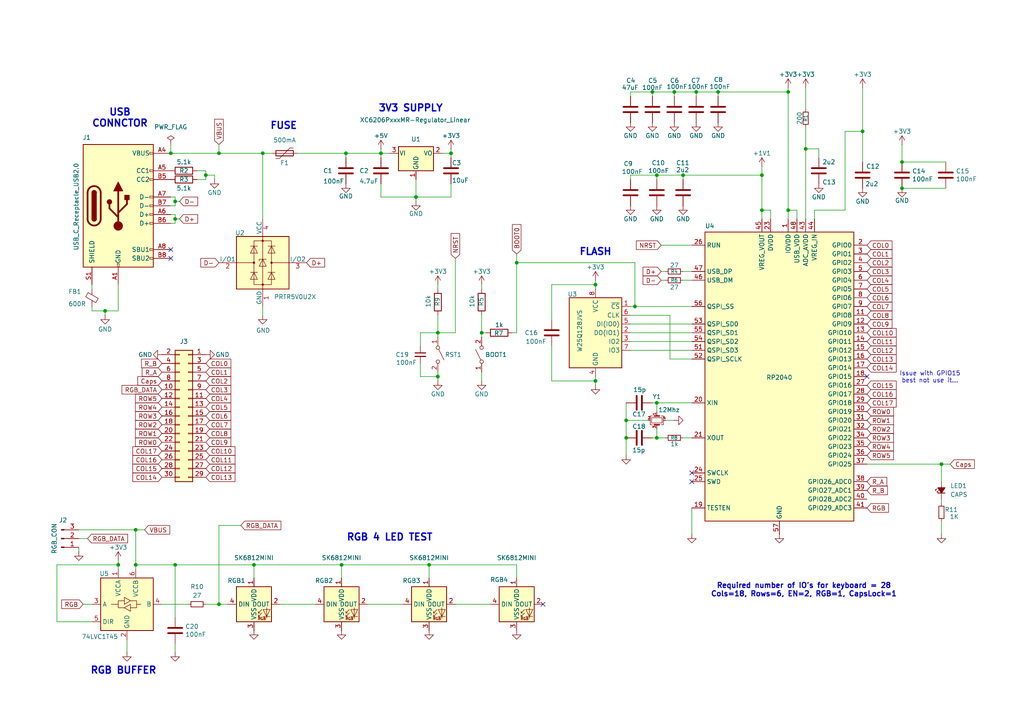
<source format=kicad_sch>
(kicad_sch (version 20231120) (generator "eeschema") (generator_version "8.0")
  (paper "A4")
  (title_block (title "RP2040 Module Board") (date "2025-01-09") (rev "2.0") (company "Michael O'Toole"))
  (junction (at 39.37 153.67))
  (junction (at 172.72 82.55))
  (junction (at 39.37 163.83))
  (junction (at 50.8 63.5))
  (junction (at 228.6 60.96))
  (junction (at 110.49 44.45))
  (junction (at 261.62 54.61))
  (junction (at 172.72 110.49))
  (junction (at 181.61 121.92))
  (junction (at 63.5 175.26))
  (junction (at 124.46 163.83))
  (junction (at 190.5 50.8))
  (junction (at 149.86 76.2))
  (junction (at 130.81 44.45))
  (junction (at 127 96.52))
  (junction (at 195.58 26.67))
  (junction (at 250.19 38.1))
  (junction (at 30.48 90.17))
  (junction (at 181.61 127))
  (junction (at 76.2 44.45))
  (junction (at 261.62 46.99))
  (junction (at 198.12 50.8))
  (junction (at 208.28 26.67))
  (junction (at 201.93 26.67))
  (junction (at 189.23 26.67))
  (junction (at 50.8 58.42))
  (junction (at 63.5 44.45))
  (junction (at 220.98 60.96))
  (junction (at 220.98 50.8))
  (junction (at 228.6 26.67))
  (junction (at 34.29 163.83))
  (junction (at 49.53 44.45))
  (junction (at 273.05 134.62))
  (junction (at 50.8 163.83))
  (junction (at 233.68 43.18))
  (junction (at 184.15 88.9))
  (junction (at 99.06 163.83))
  (junction (at 190.5 127))
  (junction (at 100.33 44.45))
  (junction (at 120.65 57.15))
  (junction (at 190.5 116.84))
  (junction (at 139.7 96.52))
  (junction (at 127 109.22))
  (junction (at 73.66 163.83))
  (junction (at 59.69 50.8))
  (no_connect (at 200.66 139.7))
  (no_connect (at 49.53 74.93))
  (no_connect (at 251.46 109.22))
  (no_connect (at 49.53 72.39))
  (no_connect (at 157.48 175.26))
  (no_connect (at 200.66 137.16))
  (wire (pts (xy 198.12 50.8) (xy 220.98 50.8)))
  (wire (pts (xy 110.49 44.45) (xy 113.03 44.45)))
  (wire (pts (xy 201.93 26.67) (xy 201.93 27.94)))
  (wire (pts (xy 22.86 153.67) (xy 39.37 153.67)))
  (wire (pts (xy 34.29 162.56) (xy 34.29 163.83)))
  (wire (pts (xy 120.65 57.15) (xy 120.65 58.42)))
  (wire (pts (xy 190.5 119.38) (xy 190.5 116.84)))
  (wire (pts (xy 49.53 59.69) (xy 50.8 59.69)))
  (wire (pts (xy 127 91.44) (xy 127 96.52)))
  (wire (pts (xy 273.05 154.94) (xy 273.05 151.13)))
  (wire (pts (xy 191.77 81.28) (xy 193.04 81.28)))
  (wire (pts (xy 182.88 96.52) (xy 200.66 96.52)))
  (wire (pts (xy 181.61 127) (xy 181.61 121.92)))
  (wire (pts (xy 233.68 25.4) (xy 233.68 31.75)))
  (wire (pts (xy 62.23 50.8) (xy 62.23 52.07)))
  (wire (pts (xy 50.8 62.23) (xy 50.8 63.5)))
  (wire (pts (xy 233.68 63.5) (xy 233.68 43.18)))
  (wire (pts (xy 220.98 63.5) (xy 220.98 60.96)))
  (wire (pts (xy 120.65 57.15) (xy 130.81 57.15)))
  (wire (pts (xy 237.49 43.18) (xy 237.49 45.72)))
  (wire (pts (xy 228.6 26.67) (xy 228.6 60.96)))
  (wire (pts (xy 63.5 175.26) (xy 66.04 175.26)))
  (wire (pts (xy 200.66 147.32) (xy 200.66 154.94)))
  (wire (pts (xy 120.65 52.07) (xy 120.65 57.15)))
  (wire (pts (xy 160.02 100.33) (xy 160.02 110.49)))
  (wire (pts (xy 201.93 26.67) (xy 208.28 26.67)))
  (wire (pts (xy 127 109.22) (xy 127 110.49)))
  (wire (pts (xy 194.31 91.44) (xy 194.31 104.14)))
  (wire (pts (xy 30.48 90.17) (xy 34.29 90.17)))
  (wire (pts (xy 50.8 163.83) (xy 50.8 179.07)))
  (wire (pts (xy 34.29 90.17) (xy 34.29 82.55)))
  (wire (pts (xy 50.8 64.77) (xy 50.8 63.5)))
  (wire (pts (xy 273.05 134.62) (xy 275.59 134.62)))
  (wire (pts (xy 149.86 76.2) (xy 184.15 76.2)))
  (wire (pts (xy 193.04 121.92) (xy 195.58 121.92)))
  (wire (pts (xy 59.69 50.8) (xy 62.23 50.8)))
  (wire (pts (xy 121.92 96.52) (xy 127 96.52)))
  (wire (pts (xy 132.08 175.26) (xy 142.24 175.26)))
  (wire (pts (xy 124.46 163.83) (xy 149.86 163.83)))
  (wire (pts (xy 220.98 50.8) (xy 220.98 60.96)))
  (wire (pts (xy 50.8 163.83) (xy 73.66 163.83)))
  (wire (pts (xy 59.69 50.8) (xy 59.69 49.53)))
  (wire (pts (xy 149.86 76.2) (xy 149.86 96.52)))
  (wire (pts (xy 233.68 36.83) (xy 233.68 43.18)))
  (wire (pts (xy 124.46 163.83) (xy 124.46 167.64)))
  (wire (pts (xy 130.81 53.34) (xy 130.81 57.15)))
  (wire (pts (xy 110.49 57.15) (xy 120.65 57.15)))
  (wire (pts (xy 181.61 127) (xy 181.61 132.08)))
  (wire (pts (xy 233.68 43.18) (xy 237.49 43.18)))
  (wire (pts (xy 208.28 26.67) (xy 228.6 26.67)))
  (wire (pts (xy 160.02 110.49) (xy 172.72 110.49)))
  (wire (pts (xy 208.28 26.67) (xy 208.28 27.94)))
  (wire (pts (xy 121.92 109.22) (xy 127 109.22)))
  (wire (pts (xy 76.2 91.44) (xy 76.2 88.9)))
  (wire (pts (xy 50.8 163.83) (xy 39.37 163.83)))
  (wire (pts (xy 190.5 50.8) (xy 190.5 52.07)))
  (wire (pts (xy 50.8 58.42) (xy 50.8 59.69)))
  (wire (pts (xy 139.7 91.44) (xy 139.7 96.52)))
  (wire (pts (xy 106.68 175.26) (xy 116.84 175.26)))
  (wire (pts (xy 189.23 26.67) (xy 189.23 27.94)))
  (wire (pts (xy 110.49 44.45) (xy 110.49 45.72)))
  (wire (pts (xy 181.61 121.92) (xy 187.96 121.92)))
  (wire (pts (xy 139.7 107.95) (xy 139.7 110.49)))
  (wire (pts (xy 223.52 63.5) (xy 223.52 60.96)))
  (wire (pts (xy 49.53 44.45) (xy 63.5 44.45)))
  (wire (pts (xy 190.5 127) (xy 193.04 127)))
  (wire (pts (xy 191.77 71.12) (xy 200.66 71.12)))
  (wire (pts (xy 50.8 58.42) (xy 52.07 58.42)))
  (wire (pts (xy 63.5 44.45) (xy 76.2 44.45)))
  (wire (pts (xy 63.5 41.91) (xy 63.5 44.45)))
  (wire (pts (xy 184.15 88.9) (xy 184.15 76.2)))
  (wire (pts (xy 26.67 90.17) (xy 30.48 90.17)))
  (wire (pts (xy 190.5 116.84) (xy 200.66 116.84)))
  (wire (pts (xy 245.11 60.96) (xy 236.22 60.96)))
  (wire (pts (xy 236.22 63.5) (xy 236.22 60.96)))
  (wire (pts (xy 182.88 91.44) (xy 194.31 91.44)))
  (wire (pts (xy 261.62 41.91) (xy 261.62 46.99)))
  (wire (pts (xy 231.14 63.5) (xy 231.14 60.96)))
  (wire (pts (xy 194.31 104.14) (xy 200.66 104.14)))
  (wire (pts (xy 172.72 81.28) (xy 172.72 82.55)))
  (wire (pts (xy 228.6 60.96) (xy 228.6 63.5)))
  (wire (pts (xy 220.98 48.26) (xy 220.98 50.8)))
  (wire (pts (xy 198.12 81.28) (xy 200.66 81.28)))
  (wire (pts (xy 172.72 110.49) (xy 172.72 109.22)))
  (wire (pts (xy 22.86 158.75) (xy 22.86 160.02)))
  (wire (pts (xy 245.11 38.1) (xy 245.11 60.96)))
  (wire (pts (xy 30.48 90.17) (xy 30.48 91.44)))
  (wire (pts (xy 182.88 52.07) (xy 182.88 50.8)))
  (wire (pts (xy 100.33 44.45) (xy 110.49 44.45)))
  (wire (pts (xy 190.5 127) (xy 189.23 127)))
  (wire (pts (xy 182.88 93.98) (xy 200.66 93.98)))
  (wire (pts (xy 24.13 175.26) (xy 26.67 175.26)))
  (wire (pts (xy 57.15 52.07) (xy 59.69 52.07)))
  (wire (pts (xy 182.88 50.8) (xy 190.5 50.8)))
  (wire (pts (xy 139.7 96.52) (xy 140.97 96.52)))
  (wire (pts (xy 231.14 60.96) (xy 228.6 60.96)))
  (wire (pts (xy 36.83 189.23) (xy 36.83 185.42)))
  (wire (pts (xy 39.37 153.67) (xy 41.91 153.67)))
  (wire (pts (xy 121.92 100.33) (xy 121.92 96.52)))
  (wire (pts (xy 63.5 152.4) (xy 69.85 152.4)))
  (wire (pts (xy 228.6 25.4) (xy 228.6 26.67)))
  (wire (pts (xy 223.52 60.96) (xy 220.98 60.96)))
  (wire (pts (xy 181.61 121.92) (xy 181.61 116.84)))
  (wire (pts (xy 39.37 163.83) (xy 39.37 165.1)))
  (wire (pts (xy 273.05 134.62) (xy 273.05 139.7)))
  (wire (pts (xy 149.86 163.83) (xy 149.86 167.64)))
  (wire (pts (xy 49.53 57.15) (xy 50.8 57.15)))
  (wire (pts (xy 26.67 82.55) (xy 26.67 83.82)))
  (wire (pts (xy 195.58 26.67) (xy 201.93 26.67)))
  (wire (pts (xy 250.19 25.4) (xy 250.19 38.1)))
  (wire (pts (xy 184.15 88.9) (xy 200.66 88.9)))
  (wire (pts (xy 86.36 44.45) (xy 100.33 44.45)))
  (wire (pts (xy 50.8 186.69) (xy 50.8 189.23)))
  (wire (pts (xy 57.15 49.53) (xy 59.69 49.53)))
  (wire (pts (xy 195.58 26.67) (xy 195.58 27.94)))
  (wire (pts (xy 26.67 180.34) (xy 16.51 180.34)))
  (wire (pts (xy 73.66 163.83) (xy 99.06 163.83)))
  (wire (pts (xy 190.5 50.8) (xy 198.12 50.8)))
  (wire (pts (xy 149.86 73.66) (xy 149.86 76.2)))
  (wire (pts (xy 250.19 38.1) (xy 250.19 46.99)))
  (wire (pts (xy 132.08 74.93) (xy 132.08 96.52)))
  (wire (pts (xy 172.72 111.76) (xy 172.72 110.49)))
  (wire (pts (xy 273.05 144.78) (xy 273.05 146.05)))
  (wire (pts (xy 148.59 96.52) (xy 149.86 96.52)))
  (wire (pts (xy 127 96.52) (xy 127 97.79)))
  (wire (pts (xy 189.23 26.67) (xy 195.58 26.67)))
  (wire (pts (xy 251.46 134.62) (xy 273.05 134.62)))
  (wire (pts (xy 73.66 163.83) (xy 73.66 167.64)))
  (wire (pts (xy 110.49 53.34) (xy 110.49 57.15)))
  (wire (pts (xy 127 107.95) (xy 127 109.22)))
  (wire (pts (xy 127 82.55) (xy 127 83.82)))
  (wire (pts (xy 76.2 44.45) (xy 76.2 63.5)))
  (wire (pts (xy 182.88 99.06) (xy 200.66 99.06)))
  (wire (pts (xy 121.92 105.41) (xy 121.92 109.22)))
  (wire (pts (xy 172.72 82.55) (xy 172.72 83.82)))
  (wire (pts (xy 261.62 54.61) (xy 274.32 54.61)))
  (wire (pts (xy 63.5 152.4) (xy 63.5 175.26)))
  (wire (pts (xy 99.06 163.83) (xy 99.06 167.64)))
  (wire (pts (xy 81.28 175.26) (xy 91.44 175.26)))
  (wire (pts (xy 49.53 62.23) (xy 50.8 62.23)))
  (wire (pts (xy 190.5 127) (xy 190.5 124.46)))
  (wire (pts (xy 130.81 43.18) (xy 130.81 44.45)))
  (wire (pts (xy 172.72 82.55) (xy 160.02 82.55)))
  (wire (pts (xy 50.8 57.15) (xy 50.8 58.42)))
  (wire (pts (xy 261.62 46.99) (xy 274.32 46.99)))
  (wire (pts (xy 198.12 50.8) (xy 198.12 52.07)))
  (wire (pts (xy 34.29 163.83) (xy 34.29 165.1)))
  (wire (pts (xy 59.69 52.07) (xy 59.69 50.8)))
  (wire (pts (xy 59.69 175.26) (xy 63.5 175.26)))
  (wire (pts (xy 139.7 96.52) (xy 139.7 97.79)))
  (wire (pts (xy 110.49 43.18) (xy 110.49 44.45)))
  (wire (pts (xy 50.8 63.5) (xy 52.07 63.5)))
  (wire (pts (xy 198.12 78.74) (xy 200.66 78.74)))
  (wire (pts (xy 139.7 82.55) (xy 139.7 83.82)))
  (wire (pts (xy 245.11 38.1) (xy 250.19 38.1)))
  (wire (pts (xy 76.2 44.45) (xy 78.74 44.45)))
  (wire (pts (xy 16.51 180.34) (xy 16.51 163.83)))
  (wire (pts (xy 39.37 153.67) (xy 39.37 163.83)))
  (wire (pts (xy 198.12 127) (xy 200.66 127)))
  (wire (pts (xy 26.67 88.9) (xy 26.67 90.17)))
  (wire (pts (xy 191.77 78.74) (xy 193.04 78.74)))
  (wire (pts (xy 49.53 64.77) (xy 50.8 64.77)))
  (wire (pts (xy 128.27 44.45) (xy 130.81 44.45)))
  (wire (pts (xy 182.88 26.67) (xy 189.23 26.67)))
  (wire (pts (xy 100.33 44.45) (xy 100.33 45.72)))
  (wire (pts (xy 190.5 116.84) (xy 189.23 116.84)))
  (wire (pts (xy 130.81 44.45) (xy 130.81 45.72)))
  (wire (pts (xy 16.51 163.83) (xy 34.29 163.83)))
  (wire (pts (xy 182.88 27.94) (xy 182.88 26.67)))
  (wire (pts (xy 160.02 82.55) (xy 160.02 92.71)))
  (wire (pts (xy 22.86 156.21) (xy 25.4 156.21)))
  (wire (pts (xy 49.53 41.91) (xy 49.53 44.45)))
  (wire (pts (xy 182.88 88.9) (xy 184.15 88.9)))
  (wire (pts (xy 127 96.52) (xy 132.08 96.52)))
  (wire (pts (xy 182.88 101.6) (xy 200.66 101.6)))
  (wire (pts (xy 46.99 175.26) (xy 54.61 175.26)))
  (wire (pts (xy 99.06 163.83) (xy 124.46 163.83)))
  (text "USB\nCONNCTOR" (at 34.798 34.29 0) (effects (font (size 2 2) (thickness 0.4) (bold yes))))
  (text "RGB BUFFER" (at 35.814 194.564 0) (effects (font (size 2 2) (thickness 0.4) (bold yes))))
  (text "FLASH" (at 172.72 73.152 0) (effects (font (size 2 2) (thickness 0.4) (bold yes))))
  (text "RGB 4 LED TEST" (at 113.03 155.956 0) (effects (font (size 2 2) (thickness 0.4) (bold yes))))
  (text "3V3 SUPPLY" (at 119.126 31.496 0) (effects (font (size 2 2) (thickness 0.4) (bold yes))))
  (text "FUSE" (at 82.296 36.576 0) (effects (font (size 2 2) (thickness 0.4) (bold yes))))
  (text "Issue with GPIO15\nbest not use it..." (at 269.748 109.474 0) (effects (font (size 1.27 1.27))))
  (text "Required number of IO's for keyboard = 28\nCols=18, Rows=6, EN=2, RGB=1, CapsLock=1" (at 233.172 171.196 0) (effects (font (size 1.5 1.5) (thickness 0.3) (bold yes))))
  (global_label "NRST" (shape input) (at 191.77 71.12 180) (property "Intersheetrefs" "${INTERSHEET_REFS}" (effects (hide yes))))
  (global_label "RGB_DATA" (shape input) (at 25.4 156.21 0) (property "Intersheetrefs" "${INTERSHEET_REFS}" (effects (hide yes))))
  (global_label "RGB_DATA" (shape input) (at 69.85 152.4 0) (property "Intersheetrefs" "${INTERSHEET_REFS}" (effects (hide yes))))
  (global_label "RGB" (shape input) (at 24.13 175.26 180) (property "Intersheetrefs" "${INTERSHEET_REFS}" (effects (hide yes))))
  (global_label "COL8" (shape input) (at 251.46 91.44 0) (property "Intersheetrefs" "${INTERSHEET_REFS}" (effects (hide yes))))
  (global_label "R_A" (shape input) (at 251.46 139.7 0) (property "Intersheetrefs" "${INTERSHEET_REFS}" (effects (hide yes))))
  (global_label "ROW4" (shape input) (at 46.99 118.11 180) (property "Intersheetrefs" "${INTERSHEET_REFS}" (effects (hide yes))))
  (global_label "COL6" (shape input) (at 59.69 120.65 0) (property "Intersheetrefs" "${INTERSHEET_REFS}" (effects (hide yes))))
  (global_label "ROW4" (shape input) (at 251.46 129.54 0) (property "Intersheetrefs" "${INTERSHEET_REFS}" (effects (hide yes))))
  (global_label "ROW1" (shape input) (at 251.46 121.92 0) (property "Intersheetrefs" "${INTERSHEET_REFS}" (effects (hide yes))))
  (global_label "COL1" (shape input) (at 251.46 73.66 0) (property "Intersheetrefs" "${INTERSHEET_REFS}" (effects (hide yes))))
  (global_label "ROW5" (shape input) (at 46.99 115.57 180) (property "Intersheetrefs" "${INTERSHEET_REFS}" (effects (hide yes))))
  (global_label "COL12" (shape input) (at 59.69 135.89 0) (property "Intersheetrefs" "${INTERSHEET_REFS}" (effects (hide yes))))
  (global_label "COL9" (shape input) (at 251.46 93.98 0) (property "Intersheetrefs" "${INTERSHEET_REFS}" (effects (hide yes))))
  (global_label "R_B" (shape input) (at 251.46 142.24 0) (property "Intersheetrefs" "${INTERSHEET_REFS}" (effects (hide yes))))
  (global_label "ROW5" (shape input) (at 251.46 132.08 0) (property "Intersheetrefs" "${INTERSHEET_REFS}" (effects (hide yes))))
  (global_label "VBUS" (shape input) (at 63.5 41.91 90) (property "Intersheetrefs" "${INTERSHEET_REFS}" (effects (hide yes))))
  (global_label "ROW2" (shape input) (at 46.99 123.19 180) (property "Intersheetrefs" "${INTERSHEET_REFS}" (effects (hide yes))))
  (global_label "D-" (shape input) (at 191.77 81.28 180) (property "Intersheetrefs" "${INTERSHEET_REFS}" (effects (hide yes))))
  (global_label "D+" (shape input) (at 191.77 78.74 180) (property "Intersheetrefs" "${INTERSHEET_REFS}" (effects (hide yes))))
  (global_label "R_B" (shape input) (at 46.99 105.41 180) (property "Intersheetrefs" "${INTERSHEET_REFS}" (effects (hide yes))))
  (global_label "ROW3" (shape input) (at 251.46 127 0) (property "Intersheetrefs" "${INTERSHEET_REFS}" (effects (hide yes))))
  (global_label "COL14" (shape input) (at 251.46 106.68 0) (property "Intersheetrefs" "${INTERSHEET_REFS}" (effects (hide yes))))
  (global_label "D+" (shape input) (at 52.07 63.5 0) (property "Intersheetrefs" "${INTERSHEET_REFS}" (effects (hide yes))))
  (global_label "NRST" (shape input) (at 132.08 74.93 90) (property "Intersheetrefs" "${INTERSHEET_REFS}" (effects (hide yes))))
  (global_label "Caps" (shape input) (at 46.99 110.49 180) (property "Intersheetrefs" "${INTERSHEET_REFS}" (effects (hide yes))))
  (global_label "COL14" (shape input) (at 46.99 138.43 180) (property "Intersheetrefs" "${INTERSHEET_REFS}" (effects (hide yes))))
  (global_label "COL3" (shape input) (at 59.69 113.03 0) (property "Intersheetrefs" "${INTERSHEET_REFS}" (effects (hide yes))))
  (global_label "COL11" (shape input) (at 59.69 133.35 0) (property "Intersheetrefs" "${INTERSHEET_REFS}" (effects (hide yes))))
  (global_label "COL1" (shape input) (at 59.69 107.95 0) (property "Intersheetrefs" "${INTERSHEET_REFS}" (effects (hide yes))))
  (global_label "ROW0" (shape input) (at 251.46 119.38 0) (property "Intersheetrefs" "${INTERSHEET_REFS}" (effects (hide yes))))
  (global_label "VBUS" (shape input) (at 41.91 153.67 0) (property "Intersheetrefs" "${INTERSHEET_REFS}" (effects (hide yes))))
  (global_label "BOOT0" (shape input) (at 149.86 73.66 90) (property "Intersheetrefs" "${INTERSHEET_REFS}" (effects (hide yes))))
  (global_label "COL6" (shape input) (at 251.46 86.36 0) (property "Intersheetrefs" "${INTERSHEET_REFS}" (effects (hide yes))))
  (global_label "COL15" (shape input) (at 46.99 135.89 180) (property "Intersheetrefs" "${INTERSHEET_REFS}" (effects (hide yes))))
  (global_label "COL16" (shape input) (at 251.46 114.3 0) (property "Intersheetrefs" "${INTERSHEET_REFS}" (effects (hide yes))))
  (global_label "COL13" (shape input) (at 251.46 104.14 0) (property "Intersheetrefs" "${INTERSHEET_REFS}" (effects (hide yes))))
  (global_label "RGB_DATA" (shape input) (at 46.99 113.03 180) (property "Intersheetrefs" "${INTERSHEET_REFS}" (effects (hide yes))))
  (global_label "COL11" (shape input) (at 251.46 99.06 0) (property "Intersheetrefs" "${INTERSHEET_REFS}" (effects (hide yes))))
  (global_label "COL9" (shape input) (at 59.69 128.27 0) (property "Intersheetrefs" "${INTERSHEET_REFS}" (effects (hide yes))))
  (global_label "COL0" (shape input) (at 251.46 71.12 0) (property "Intersheetrefs" "${INTERSHEET_REFS}" (effects (hide yes))))
  (global_label "COL3" (shape input) (at 251.46 78.74 0) (property "Intersheetrefs" "${INTERSHEET_REFS}" (effects (hide yes))))
  (global_label "COL0" (shape input) (at 59.69 105.41 0) (property "Intersheetrefs" "${INTERSHEET_REFS}" (effects (hide yes))))
  (global_label "COL5" (shape input) (at 251.46 83.82 0) (property "Intersheetrefs" "${INTERSHEET_REFS}" (effects (hide yes))))
  (global_label "COL2" (shape input) (at 251.46 76.2 0) (property "Intersheetrefs" "${INTERSHEET_REFS}" (effects (hide yes))))
  (global_label "D+" (shape input) (at 88.9 76.2 0) (property "Intersheetrefs" "${INTERSHEET_REFS}" (effects (hide yes))))
  (global_label "ROW1" (shape input) (at 46.99 125.73 180) (property "Intersheetrefs" "${INTERSHEET_REFS}" (effects (hide yes))))
  (global_label "COL13" (shape input) (at 59.69 138.43 0) (property "Intersheetrefs" "${INTERSHEET_REFS}" (effects (hide yes))))
  (global_label "COL5" (shape input) (at 59.69 118.11 0) (property "Intersheetrefs" "${INTERSHEET_REFS}" (effects (hide yes))))
  (global_label "COL8" (shape input) (at 59.69 125.73 0) (property "Intersheetrefs" "${INTERSHEET_REFS}" (effects (hide yes))))
  (global_label "COL4" (shape input) (at 251.46 81.28 0) (property "Intersheetrefs" "${INTERSHEET_REFS}" (effects (hide yes))))
  (global_label "COL7" (shape input) (at 59.69 123.19 0) (property "Intersheetrefs" "${INTERSHEET_REFS}" (effects (hide yes))))
  (global_label "COL15" (shape input) (at 251.46 111.76 0) (property "Intersheetrefs" "${INTERSHEET_REFS}" (effects (hide yes))))
  (global_label "COL4" (shape input) (at 59.69 115.57 0) (property "Intersheetrefs" "${INTERSHEET_REFS}" (effects (hide yes))))
  (global_label "COL17" (shape input) (at 251.46 116.84 0) (property "Intersheetrefs" "${INTERSHEET_REFS}" (effects (hide yes))))
  (global_label "COL10" (shape input) (at 251.46 96.52 0) (property "Intersheetrefs" "${INTERSHEET_REFS}" (effects (hide yes))))
  (global_label "D-" (shape input) (at 52.07 58.42 0) (property "Intersheetrefs" "${INTERSHEET_REFS}" (effects (hide yes))))
  (global_label "RGB" (shape input) (at 251.46 147.32 0) (property "Intersheetrefs" "${INTERSHEET_REFS}" (effects (hide yes))))
  (global_label "COL2" (shape input) (at 59.69 110.49 0) (property "Intersheetrefs" "${INTERSHEET_REFS}" (effects (hide yes))))
  (global_label "COL12" (shape input) (at 251.46 101.6 0) (property "Intersheetrefs" "${INTERSHEET_REFS}" (effects (hide yes))))
  (global_label "ROW0" (shape input) (at 46.99 128.27 180) (property "Intersheetrefs" "${INTERSHEET_REFS}" (effects (hide yes))))
  (global_label "R_A" (shape input) (at 46.99 107.95 180) (property "Intersheetrefs" "${INTERSHEET_REFS}" (effects (hide yes))))
  (global_label "COL10" (shape input) (at 59.69 130.81 0) (property "Intersheetrefs" "${INTERSHEET_REFS}" (effects (hide yes))))
  (global_label "D-" (shape input) (at 63.5 76.2 180) (property "Intersheetrefs" "${INTERSHEET_REFS}" (effects (hide yes))))
  (global_label "Caps" (shape input) (at 275.59 134.62 0) (property "Intersheetrefs" "${INTERSHEET_REFS}" (effects (hide yes))))
  (global_label "ROW3" (shape input) (at 46.99 120.65 180) (property "Intersheetrefs" "${INTERSHEET_REFS}" (effects (hide yes))))
  (global_label "COL7" (shape input) (at 251.46 88.9 0) (property "Intersheetrefs" "${INTERSHEET_REFS}" (effects (hide yes))))
  (global_label "COL16" (shape input) (at 46.99 133.35 180) (property "Intersheetrefs" "${INTERSHEET_REFS}" (effects (hide yes))))
  (global_label "COL17" (shape input) (at 46.99 130.81 180) (property "Intersheetrefs" "${INTERSHEET_REFS}" (effects (hide yes))))
  (global_label "ROW2" (shape input) (at 251.46 124.46 0) (property "Intersheetrefs" "${INTERSHEET_REFS}" (effects (hide yes))))
  (symbol (lib_id "Device:R_Small") (at 273.05 148.59 0) (mirror y) (unit 1)
    (property "Reference" "R11" (at 277.876 147.828 0) (effects (justify left)))
    (property "Value" "1K" (at 278.13 149.86 0) (effects (justify left)))
    (property "Footprint" "Resistor_SMD:R_0402_1005Metric" (effects (hide yes)))
    (property "Description" "Resistor, small symbol" (effects (hide yes)))
  )
  (symbol (lib_id "Logic_LevelTranslator:SN74LVC1T45DRL") (at 36.83 175.26 0) (unit 1)
    (property "Reference" "U5" (at 30.226 166.37 0))
    (property "Value" "74LVC1T45" (at 28.956 184.658 0))
    (property "Footprint" "SOT:SOT-26" (effects (hide yes)))
    (property "Description" "1.65V~5.5V 1 1 1.65V~5.5V SOT-26 Translators, Level Shifters ROHS" (effects (hide yes)))
    (property "MPN " "74LVC1T45W6-7" (effects (hide yes)))
    (property "JLCPCB_CORRECTION" "0; 0; 270" (effects (hide yes)))
    (property "LCSC" "C168856" (effects (hide yes)))
  )
  (symbol (lib_id "Device:C") (at 182.88 55.88 0) (unit 1)
    (property "Reference" "C9" (at 180.848 47.498 0) (effects (justify left)))
    (property "Value" "100nF" (at 180.34 49.784 0) (effects (justify left)))
    (property "Footprint" "Capacitor_SMD:C_0402_1005Metric" (effects (hide yes)))
    (property "LCSC" "C307331" (effects (hide yes)))
  )
  (symbol (lib_id "Device:C") (at 201.93 31.75 0) (unit 1)
    (property "Reference" "C7" (at 200.406 23.368 0) (effects (justify left)))
    (property "Value" "100nF" (at 199.39 25.146 0) (effects (justify left)))
    (property "Footprint" "Capacitor_SMD:C_0402_1005Metric" (effects (hide yes)))
    (property "LCSC" "C307331" (effects (hide yes)))
  )
  (symbol (lib_id "Connector:Conn_01x03_Pin") (at 17.78 156.21 0) (mirror x) (unit 1)
    (property "Reference" "J2" (at 18.288 150.876 0))
    (property "Value" "RGB_CON" (at 15.748 156.21 90))
    (property "Footprint" "Connector_JST:JST_EH_S3B-EH_1x03_P2.50mm_Horizontal" (effects (hide yes)))
    (property "Description" "Generic connector, single row, 01x03, script generated" (effects (hide yes)))
    (property "LCSC" "C263754" (effects (hide yes)))
    (property "MANF#" "S3B-EH(LF)(SN)" (effects (hide yes)))
  )
  (symbol (lib_id "Device:Crystal_GND24_Small") (at 190.5 121.92 270) (unit 1)
    (property "Reference" "Y1" (at 190.5 115.062 90))
    (property "Value" "12Mhz" (at 194.056 118.872 90))
    (property "Footprint" "Crystal:Crystal_SMD_3225-4Pin_3.2x2.5mm" (effects (hide yes)))
    (property "Description" "Four pin crystal, GND on pins 2 and 4, small symbol" (effects (hide yes)))
    (property "LCSC" "C20625731" (effects (hide yes)))
    (property "MFP#" "ABM8-272-T3" (effects (hide yes)))
  )
  (symbol (lib_id "Device:C") (at 50.8 182.88 0) (unit 1)
    (property "Reference" "C20" (at 53.721 181.7116 0) (effects (justify left)))
    (property "Value" "100nF" (at 53.721 184.023 0) (effects (justify left)))
    (property "Footprint" "Capacitor_SMD:C_0402_1005Metric" (effects (hide yes)))
    (property "LCSC" "C307331" (effects (hide yes)))
  )
  (symbol (lib_id "power:GND") (at 250.19 54.61 0) (unit 1)
    (property "Reference" "#PWR017" (effects (hide yes)))
    (property "Value" "GND" (at 250.19 58.42 0))
    (property "Description" "Power symbol creates a global label with name \"GND\" , ground" (effects (hide yes)))
  )
  (symbol (lib_id "MyLED:SK6812MINI-E_C5149201") (at 73.66 175.26 0) (unit 1)
    (property "Reference" "RGB1" (at 68.58 168.402 0))
    (property "Value" "SK6812MINI" (at 73.66 161.798 0))
    (property "Footprint" "ScottoKeebs_Components:LED_SK6812MINI" (effects (hide yes)))
    (property "LCSC" "C5149201" (effects (hide yes)))
    (property "MFP#" "SK6812MINI-E" (effects (hide yes)))
  )
  (symbol (lib_id "MyLED:SK6812MINI-E_C5149201") (at 124.46 175.26 0) (unit 1)
    (property "Reference" "RGB3" (at 119.38 168.402 0))
    (property "Value" "SK6812MINI" (at 124.46 161.798 0))
    (property "Footprint" "ScottoKeebs_Components:LED_SK6812MINI" (effects (hide yes)))
  )
  (symbol (lib_id "power:+3V3") (at 34.29 162.56 0) (unit 1)
    (property "Reference" "#PWR031" (effects (hide yes)))
    (property "Value" "+3V3" (at 34.29 158.75 0))
    (property "Description" "Power symbol creates a global label with name \"+3V3\"" (effects (hide yes)))
  )
  (symbol (lib_id "power:GND") (at 139.7 110.49 0) (unit 1)
    (property "Reference" "#PWR025" (effects (hide yes)))
    (property "Value" "GND" (at 139.7 114.3 0))
    (property "Description" "Power symbol creates a global label with name \"GND\" , ground" (effects (hide yes)))
  )
  (symbol (lib_id "power:GND") (at 100.33 53.34 0) (unit 1)
    (property "Reference" "#PWR08" (effects (hide yes)))
    (property "Value" "GND" (at 100.33 56.896 0))
    (property "Description" "Power symbol creates a global label with name \"GND\" , ground" (effects (hide yes)))
  )
  (symbol (lib_id "power:GND") (at 59.69 102.87 90) (mirror x) (unit 1)
    (property "Reference" "#PWR042" (effects (hide yes)))
    (property "Value" "GND" (at 62.484 102.87 90) (effects (justify right)))
    (property "Description" "Power symbol creates a global label with name \"GND\" , ground" (effects (hide yes)))
  )
  (symbol (lib_id "Device:R_Small") (at 195.58 78.74 90) (mirror x) (unit 1)
    (property "Reference" "R4" (at 195.58 78.74 90) (effects (font (size 1 1))))
    (property "Value" "27" (at 195.58 76.962 90))
    (property "Footprint" "Resistor_SMD:R_0402_1005Metric" (effects (hide yes)))
    (property "Description" "Resistor, small symbol" (effects (hide yes)))
  )
  (symbol (lib_id "power:+3V3") (at 127 82.55 0) (unit 1)
    (property "Reference" "#PWR028" (effects (hide yes)))
    (property "Value" "+3V3" (at 127 78.74 0))
    (property "Description" "Power symbol creates a global label with name \"+3V3\"" (effects (hide yes)))
  )
  (symbol (lib_id "power:GND") (at 76.2 91.44 0) (unit 1)
    (property "Reference" "#PWR023" (effects (hide yes)))
    (property "Value" "GND" (at 76.327 95.8342 0))
    (property "Description" "Power symbol creates a global label with name \"GND\" , ground" (effects (hide yes)))
  )
  (symbol (lib_id "Device:FerriteBead_Small") (at 26.67 86.36 0) (unit 1)
    (property "Reference" "FB1" (at 19.812 84.582 0) (effects (justify left)))
    (property "Value" "600R" (at 19.812 88.138 0) (effects (justify left)))
    (property "Footprint" "DevModules:BEADC1608X95N" (effects (hide yes)))
    (property "Description" "Ferrite bead, small symbol" (effects (hide yes)))
  )
  (symbol (lib_id "Device:R") (at 139.7 87.63 0) (unit 1)
    (property "Reference" "R5" (at 139.573 87.503 90))
    (property "Value" "10k" (at 136.906 87.376 90))
    (property "Footprint" "Resistor_SMD:R_0402_1005Metric" (effects (hide yes)))
  )
  (symbol (lib_id "power:+3V3") (at 130.81 43.18 0) (unit 1)
    (property "Reference" "#PWR05" (effects (hide yes)))
    (property "Value" "+3V3" (at 130.81 39.37 0))
    (property "Description" "Power symbol creates a global label with name \"+3V3\"" (effects (hide yes)))
  )
  (symbol (lib_id "Device:C") (at 110.49 49.53 0) (mirror y) (unit 1)
    (property "Reference" "C2" (at 106.934 49.53 0) (effects (justify left)))
    (property "Value" "4.7uF" (at 109.728 52.578 0) (effects (justify left)))
    (property "Footprint" "Capacitor_SMD:C_0805_2012Metric" (effects (hide yes)))
    (property "LCSC" "C307331" (effects (hide yes)))
  )
  (symbol (lib_id "power:GND") (at 200.66 154.94 0) (mirror y) (unit 1)
    (property "Reference" "#PWR033" (effects (hide yes)))
    (property "Value" "GND" (effects (hide yes)))
    (property "Description" "Power symbol creates a global label with name \"GND\" , ground" (effects (hide yes)))
  )
  (symbol (lib_id "kicad-keyboard-parts:XC6206PxxxMR-Regulator_Linear") (at 120.65 44.45 0) (unit 1)
    (property "Reference" "U1" (at 120.65 40.386 0))
    (property "Value" "XC6206PxxxMR-Regulator_Linear" (at 120.396 34.798 0))
    (property "Footprint" "Package_TO_SOT_SMD:SOT-23" (effects (hide yes)))
    (property "Datasheet" "https://www.torexsemi.com/file/xc6206/XC6206.pdf" (effects (hide yes)))
    (property "LCSC" "C5446" (effects (hide yes)))
  )
  (symbol (lib_id "Device:C") (at 190.5 55.88 0) (unit 1)
    (property "Reference" "C10" (at 188.976 47.244 0) (effects (justify left)))
    (property "Value" "100nF" (at 187.96 49.53 0) (effects (justify left)))
    (property "Footprint" "Capacitor_SMD:C_0402_1005Metric" (effects (hide yes)))
    (property "LCSC" "C307331" (effects (hide yes)))
  )
  (symbol (lib_id "power:GND") (at 99.06 182.88 0) (mirror y) (unit 1)
    (property "Reference" "#PWR039" (effects (hide yes)))
    (property "Value" "GND" (effects (hide yes)))
    (property "Description" "Power symbol creates a global label with name \"GND\" , ground" (effects (hide yes)))
  )
  (symbol (lib_id "Switch:SW_SPST") (at 139.7 102.87 90) (unit 1)
    (property "Reference" "BOOT1" (at 140.716 102.87 90) (effects (justify right)))
    (property "Value" "SW_SPST" (effects (hide yes)))
    (property "Footprint" "Button_Switch_SMD:SW_SPST_TL3342" (effects (hide yes)))
  )
  (symbol (lib_id "Device:C") (at 195.58 31.75 0) (unit 1)
    (property "Reference" "C6" (at 194.31 23.368 0) (effects (justify left)))
    (property "Value" "100nF" (at 193.294 25.146 0) (effects (justify left)))
    (property "Footprint" "Capacitor_SMD:C_0402_1005Metric" (effects (hide yes)))
    (property "LCSC" "C307331" (effects (hide yes)))
  )
  (symbol (lib_id "power:GND") (at 181.61 132.08 0) (mirror y) (unit 1)
    (property "Reference" "#PWR029" (effects (hide yes)))
    (property "Value" "GND" (effects (hide yes)))
    (property "Description" "Power symbol creates a global label with name \"GND\" , ground" (effects (hide yes)))
  )
  (symbol (lib_id "power:+3V3") (at 228.6 25.4 0) (unit 1)
    (property "Reference" "#PWR01" (effects (hide yes)))
    (property "Value" "+3V3" (at 228.6 21.59 0))
    (property "Description" "Power symbol creates a global label with name \"+3V3\"" (effects (hide yes)))
  )
  (symbol (lib_id "Memory_Flash:W25Q128JVS") (at 172.72 96.52 0) (mirror y) (unit 1)
    (property "Reference" "U3" (at 167.386 85.344 0) (effects (justify left)))
    (property "Value" "W25Q128JVS" (at 168.148 102.108 90) (effects (justify left)))
    (property "Footprint" "MyComponents:SOIC_128JVSIQ_WIN" (effects (hide yes)))
    (property "Datasheet" "https://www.winbond.com/resource-files/w25q128jv_dtr%20revc%2003272018%20plus.pdf" (effects (hide yes)))
    (property "Description" "128Mb Serial Flash Memory, Standard/Dual/Quad SPI, SOIC-8" (effects (hide yes)))
    (property "LCSC" "C97521" (effects (hide yes)))
    (property "Mfr. Part #" "W25Q128JVSIQ" (effects (hide yes)))
    (property "Package" "SOIC-8-208mil" (effects (hide yes)))
  )
  (symbol (lib_id "Device:C") (at 185.42 116.84 270) (mirror x) (unit 1)
    (property "Reference" "C17" (at 183.388 120.142 90) (effects (justify left)))
    (property "Value" "15p" (at 183.642 113.03 90) (effects (justify left)))
    (property "Footprint" "Capacitor_SMD:C_0402_1005Metric" (effects (hide yes)))
    (property "LCSC" "C307331" (effects (hide yes)))
  )
  (symbol (lib_id "Power_Protection:PRTR5V0U2X") (at 76.2 76.2 0) (unit 1)
    (property "Reference" "U2" (at 69.596 67.564 0))
    (property "Value" "PRTR5V0U2X" (at 85.598 86.106 0))
    (property "Footprint" "Package_TO_SOT_SMD:SOT-143" (effects (hide yes)))
    (property "Datasheet" "https://assets.nexperia.com/documents/data-sheet/PRTR5V0U2X.pdf" (effects (hide yes)))
    (property "LCSC" "C2827688" (effects (hide yes)))
    (property "JlcRotOffset" "90" (effects (hide yes)))
    (property "MFP#" "PRTR5V0U2X" (effects (hide yes)))
  )
  (symbol (lib_id "power:GND") (at 273.05 154.94 0) (mirror y) (unit 1)
    (property "Reference" "#PWR044" (effects (hide yes)))
    (property "Value" "GND" (effects (hide yes)))
    (property "Description" "Power symbol creates a global label with name \"GND\" , ground" (effects (hide yes)))
  )
  (symbol (lib_id "Device:R") (at 53.34 49.53 270) (unit 1)
    (property "Reference" "R2" (at 53.34 49.53 90))
    (property "Value" "5.1k" (at 53.34 46.99 90))
    (property "Footprint" "Resistor_SMD:R_0402_1005Metric" (effects (hide yes)))
  )
  (symbol (lib_id "power:GND") (at 237.49 53.34 0) (unit 1)
    (property "Reference" "#PWR018" (effects (hide yes)))
    (property "Value" "GND" (at 237.49 57.15 0))
    (property "Description" "Power symbol creates a global label with name \"GND\" , ground" (effects (hide yes)))
  )
  (symbol (lib_id "power:GND") (at 182.88 59.69 0) (unit 1)
    (property "Reference" "#PWR014" (effects (hide yes)))
    (property "Value" "GND" (at 182.88 63.5 0))
    (property "Description" "Power symbol creates a global label with name \"GND\" , ground" (effects (hide yes)))
  )
  (symbol (lib_id "power:PWR_FLAG") (at 49.53 41.91 0) (unit 1)
    (property "Reference" "#FLG01" (effects (hide yes)))
    (property "Value" "PWR_FLAG" (at 49.53 36.83 0))
    (property "Description" "Special symbol for telling ERC where power comes from" (effects (hide yes)))
  )
  (symbol (lib_id "power:+3V3") (at 261.62 41.91 0) (unit 1)
    (property "Reference" "#PWR06" (effects (hide yes)))
    (property "Value" "+3V3" (at 261.62 38.1 0))
    (property "Description" "Power symbol creates a global label with name \"+3V3\"" (effects (hide yes)))
  )
  (symbol (lib_id "power:GND") (at 195.58 35.56 0) (unit 1)
    (property "Reference" "#PWR011" (effects (hide yes)))
    (property "Value" "GND" (at 195.58 39.37 0))
    (property "Description" "Power symbol creates a global label with name \"GND\" , ground" (effects (hide yes)))
  )
  (symbol (lib_id "power:GND") (at 226.06 154.94 0) (mirror y) (unit 1)
    (property "Reference" "#PWR034" (effects (hide yes)))
    (property "Value" "GND" (effects (hide yes)))
    (property "Description" "Power symbol creates a global label with name \"GND\" , ground" (effects (hide yes)))
  )
  (symbol (lib_id "power:GND") (at 195.58 121.92 90) (mirror x) (unit 1)
    (property "Reference" "#PWR027" (effects (hide yes)))
    (property "Value" "GND" (effects (hide yes)))
    (property "Description" "Power symbol creates a global label with name \"GND\" , ground" (effects (hide yes)))
  )
  (symbol (lib_id "Device:R_Small") (at 233.68 34.29 0) (mirror x) (unit 1)
    (property "Reference" "R1" (at 233.68 34.29 90) (effects (font (size 1 1))))
    (property "Value" "200" (at 231.902 34.29 90))
    (property "Footprint" "Resistor_SMD:R_0402_1005Metric" (effects (hide yes)))
    (property "Description" "Resistor, small symbol" (effects (hide yes)))
  )
  (symbol (lib_id "Device:C") (at 208.28 31.75 0) (unit 1)
    (property "Reference" "C8" (at 207.01 23.114 0) (effects (justify left)))
    (property "Value" "100nF" (at 205.74 25.146 0) (effects (justify left)))
    (property "Footprint" "Capacitor_SMD:C_0402_1005Metric" (effects (hide yes)))
    (property "LCSC" "C307331" (effects (hide yes)))
  )
  (symbol (lib_id "power:+3V3") (at 172.72 81.28 0) (unit 1)
    (property "Reference" "#PWR022" (effects (hide yes)))
    (property "Value" "+3V3" (at 172.72 77.47 0))
    (property "Description" "Power symbol creates a global label with name \"+3V3\"" (effects (hide yes)))
  )
  (symbol (lib_id "power:GND") (at 208.28 35.56 0) (unit 1)
    (property "Reference" "#PWR013" (effects (hide yes)))
    (property "Value" "GND" (at 208.28 39.37 0))
    (property "Description" "Power symbol creates a global label with name \"GND\" , ground" (effects (hide yes)))
  )
  (symbol (lib_id "Device:R") (at 144.78 96.52 90) (unit 1)
    (property "Reference" "R7" (at 144.653 96.647 90))
    (property "Value" "1k" (at 144.78 94.234 90))
    (property "Footprint" "Resistor_SMD:R_0402_1005Metric" (effects (hide yes)))
  )
  (symbol (lib_id "Device:R_Small") (at 57.15 175.26 90) (mirror x) (unit 1)
    (property "Reference" "R10" (at 57.15 170.18 90))
    (property "Value" "27" (at 57.15 172.72 90))
    (property "Footprint" "Resistor_SMD:R_0402_1005Metric" (effects (hide yes)))
    (property "Description" "Resistor, small symbol" (effects (hide yes)))
    (property "LCSC" "C25100" (effects (hide yes)))
    (property "MP#" "0402WGF270JTCE" (effects (hide yes)))
  )
  (symbol (lib_id "power:GND") (at 261.62 54.61 0) (unit 1)
    (property "Reference" "#PWR019" (effects (hide yes)))
    (property "Value" "GND" (at 261.62 58.166 0))
    (property "Description" "Power symbol creates a global label with name \"GND\" , ground" (effects (hide yes)))
  )
  (symbol (lib_id "MCU_RaspberryPi:RP2040") (at 226.06 109.22 0) (unit 1)
    (property "Reference" "U4" (at 204.47 65.532 0) (effects (justify left)))
    (property "Value" "RP2040" (at 222.25 109.474 0) (effects (justify left)))
    (property "Footprint" "Package_DFN_QFN:QFN-56-1EP_7x7mm_P0.4mm_EP3.2x3.2mm" (effects (hide yes)))
    (property "Datasheet" "https://datasheets.raspberrypi.com/rp2040/rp2040-datasheet.pdf" (effects (hide yes)))
    (property "Description" "A microcontroller by Raspberry Pi" (effects (hide yes)))
    (property "LCSC" "C2040" (effects (hide yes)))
    (property "MFP#" "RP2040" (effects (hide yes)))
  )
  (symbol (lib_id "MyLED:SK6812MINI-E_C5149201") (at 149.86 175.26 0) (unit 1)
    (property "Reference" "RGB4" (at 144.78 168.148 0))
    (property "Value" "SK6812MINI" (at 149.86 161.798 0))
    (property "Footprint" "ScottoKeebs_Components:LED_SK6812MINI" (effects (hide yes)))
  )
  (symbol (lib_id "power:GND") (at 73.66 182.88 0) (mirror y) (unit 1)
    (property "Reference" "#PWR038" (effects (hide yes)))
    (property "Value" "GND" (effects (hide yes)))
    (property "Description" "Power symbol creates a global label with name \"GND\" , ground" (effects (hide yes)))
  )
  (symbol (lib_id "power:+3V3") (at 250.19 25.4 0) (unit 1)
    (property "Reference" "#PWR02" (effects (hide yes)))
    (property "Value" "+3V3" (at 250.19 21.59 0))
    (property "Description" "Power symbol creates a global label with name \"+3V3\"" (effects (hide yes)))
  )
  (symbol (lib_id "Connector_Generic:Conn_02x15_Odd_Even") (at 54.61 120.65 0) (mirror y) (unit 1)
    (property "Reference" "J3" (at 53.34 99.06 0))
    (property "Value" "Conn_02x15_Odd_Even" (effects (hide yes)))
    (property "Footprint" "MyConnectors:IDC_2X15_1.27MM" (effects (hide yes)))
    (property "Description" "Generic connector, double row, 02x15, odd/even pin numbering scheme (row 1 odd numbers, row 2 even numbers), script generated (kicad-library-utils/schlib/autogen/connector/)" (effects (hide yes)))
    (property "LCSC" "C5121680" (effects (hide yes)))
    (property "MFP#" "X1270WV-2x15B-6TV01" (effects (hide yes)))
  )
  (symbol (lib_id "power:GND") (at 182.88 35.56 0) (unit 1)
    (property "Reference" "#PWR09" (effects (hide yes)))
    (property "Value" "GND" (at 182.88 39.37 0))
    (property "Description" "Power symbol creates a global label with name \"GND\" , ground" (effects (hide yes)))
  )
  (symbol (lib_id "power:GND") (at 198.12 59.69 0) (unit 1)
    (property "Reference" "#PWR016" (effects (hide yes)))
    (property "Value" "GND" (at 198.12 63.5 0))
    (property "Description" "Power symbol creates a global label with name \"GND\" , ground" (effects (hide yes)))
  )
  (symbol (lib_id "Device:C") (at 261.62 50.8 0) (unit 1)
    (property "Reference" "C14" (at 264.541 49.6316 0) (effects (justify left)))
    (property "Value" "100nF" (at 264.541 51.943 0) (effects (justify left)))
    (property "Footprint" "Capacitor_SMD:C_0402_1005Metric" (effects (hide yes)))
    (property "LCSC" "C307331" (effects (hide yes)))
  )
  (symbol (lib_id "Device:R") (at 53.34 52.07 90) (unit 1)
    (property "Reference" "R3" (at 53.34 52.07 90))
    (property "Value" "5.1k" (at 53.34 54.61 90))
    (property "Footprint" "Resistor_SMD:R_0402_1005Metric" (effects (hide yes)))
  )
  (symbol (lib_id "Device:LED_Small_Filled") (at 273.05 142.24 90) (unit 1)
    (property "Reference" "LED1" (at 275.59 140.9064 90) (effects (justify right)))
    (property "Value" "CAPS" (at 275.59 143.4464 90) (effects (justify right)))
    (property "Footprint" "LED_SMD:LED_0805_2012Metric" (effects (hide yes)))
    (property "Description" "Light emitting diode, small symbol, filled shape" (effects (hide yes)))
  )
  (symbol (lib_id "Device:C") (at 160.02 96.52 0) (unit 1)
    (property "Reference" "C16" (at 152.146 96.52 0) (effects (justify left)))
    (property "Value" "100nF" (at 152.4 99.06 0) (effects (justify left)))
    (property "Footprint" "Capacitor_SMD:C_0402_1005Metric" (effects (hide yes)))
    (property "LCSC" "C307331" (effects (hide yes)))
  )
  (symbol (lib_id "Device:Polyfuse") (at 82.55 44.45 90) (unit 1)
    (property "Reference" "F1" (at 82.55 47.244 90))
    (property "Value" "500mA" (at 82.55 40.64 90))
    (property "Footprint" "Fuse:Fuse_1206_3216Metric" (effects (hide yes)))
    (property "LCSC" "C135341" (effects (hide yes)))
  )
  (symbol (lib_id "power:+5V") (at 110.49 43.18 0) (unit 1)
    (property "Reference" "#PWR04" (effects (hide yes)))
    (property "Value" "+5V" (at 110.49 39.37 0))
    (property "Description" "Power symbol creates a global label with name \"+5V\"" (effects (hide yes)))
  )
  (symbol (lib_id "Device:R_Small") (at 195.58 81.28 90) (mirror x) (unit 1)
    (property "Reference" "R6" (at 195.58 81.28 90) (effects (font (size 1 1))))
    (property "Value" "27" (at 195.58 83.312 90))
    (property "Footprint" "Resistor_SMD:R_0402_1005Metric" (effects (hide yes)))
    (property "Description" "Resistor, small symbol" (effects (hide yes)))
  )
  (symbol (lib_id "power:GND") (at 30.48 91.44 0) (unit 1)
    (property "Reference" "#PWR024" (effects (hide yes)))
    (property "Value" "GND" (at 30.48 95.504 0))
    (property "Description" "Power symbol creates a global label with name \"GND\" , ground" (effects (hide yes)))
  )
  (symbol (lib_id "power:GND") (at 62.23 52.07 0) (unit 1)
    (property "Reference" "#PWR07" (effects (hide yes)))
    (property "Value" "GND" (at 62.23 55.88 0))
    (property "Description" "Power symbol creates a global label with name \"GND\" , ground" (effects (hide yes)))
  )
  (symbol (lib_id "Device:C") (at 182.88 31.75 0) (unit 1)
    (property "Reference" "C4" (at 181.61 23.368 0) (effects (justify left)))
    (property "Value" "47uF" (at 180.34 25.4 0) (effects (justify left)))
    (property "Footprint" "Capacitor_SMD:C_0805_2012Metric" (effects (hide yes)))
    (property "LCSC" "C307331" (effects (hide yes)))
  )
  (symbol (lib_id "power:+3V3") (at 233.68 25.4 0) (unit 1)
    (property "Reference" "#PWR03" (effects (hide yes)))
    (property "Value" "+3V3" (at 233.68 21.59 0))
    (property "Description" "Power symbol creates a global label with name \"+3V3\"" (effects (hide yes)))
  )
  (symbol (lib_id "power:+1V1") (at 220.98 48.26 0) (unit 1)
    (property "Reference" "#PWR043" (effects (hide yes)))
    (property "Value" "+1V1" (at 220.98 44.45 0))
    (property "Description" "Power symbol creates a global label with name \"+1V1\"" (effects (hide yes)))
  )
  (symbol (lib_id "Device:C_Small") (at 121.92 102.87 0) (mirror y) (unit 1)
    (property "Reference" "C19" (at 118.618 102.87 0) (effects (justify left)))
    (property "Value" "100nF" (at 120.904 105.156 0) (effects (justify left)))
    (property "Footprint" "Capacitor_SMD:C_0402_1005Metric" (effects (hide yes)))
    (property "LCSC" "C307331" (effects (hide yes)))
  )
  (symbol (lib_id "Device:C") (at 274.32 50.8 0) (unit 1)
    (property "Reference" "C15" (at 277.241 49.6316 0) (effects (justify left)))
    (property "Value" "100nF" (at 277.241 51.943 0) (effects (justify left)))
    (property "Footprint" "Capacitor_SMD:C_0402_1005Metric" (effects (hide yes)))
    (property "LCSC" "C307331" (effects (hide yes)))
  )
  (symbol (lib_id "power:GND") (at 120.65 58.42 0) (unit 1)
    (property "Reference" "#PWR020" (effects (hide yes)))
    (property "Value" "GND" (at 120.65 61.976 0))
    (property "Description" "Power symbol creates a global label with name \"GND\" , ground" (effects (hide yes)))
  )
  (symbol (lib_id "power:GND") (at 50.8 189.23 0) (mirror y) (unit 1)
    (property "Reference" "#PWR035" (effects (hide yes)))
    (property "Value" "GND" (effects (hide yes)))
    (property "Description" "Power symbol creates a global label with name \"GND\" , ground" (effects (hide yes)))
  )
  (symbol (lib_id "power:GND") (at 190.5 59.69 0) (unit 1)
    (property "Reference" "#PWR015" (effects (hide yes)))
    (property "Value" "GND" (at 190.5 63.5 0))
    (property "Description" "Power symbol creates a global label with name \"GND\" , ground" (effects (hide yes)))
  )
  (symbol (lib_id "Switch:SW_SPST") (at 127 102.87 270) (unit 1)
    (property "Reference" "RST1" (at 129.032 102.87 90) (effects (justify left)))
    (property "Value" "SW_SPST" (effects (hide yes)))
    (property "Footprint" "Button_Switch_SMD:SW_SPST_TL3342" (effects (hide yes)))
  )
  (symbol (lib_id "Device:R") (at 127 87.63 0) (unit 1)
    (property "Reference" "R9" (at 126.873 87.503 90))
    (property "Value" "10k" (at 124.206 87.376 90))
    (property "Footprint" "Resistor_SMD:R_0402_1005Metric" (effects (hide yes)))
  )
  (symbol (lib_id "power:GND") (at 189.23 35.56 0) (unit 1)
    (property "Reference" "#PWR010" (effects (hide yes)))
    (property "Value" "GND" (at 189.23 39.37 0))
    (property "Description" "Power symbol creates a global label with name \"GND\" , ground" (effects (hide yes)))
  )
  (symbol (lib_id "Device:C") (at 185.42 127 270) (mirror x) (unit 1)
    (property "Reference" "C18" (at 183.388 123.698 90) (effects (justify left)))
    (property "Value" "15p" (at 183.388 130.556 90) (effects (justify left)))
    (property "Footprint" "Capacitor_SMD:C_0402_1005Metric" (effects (hide yes)))
    (property "LCSC" "C307331" (effects (hide yes)))
  )
  (symbol (lib_id "power:GND") (at 201.93 35.56 0) (unit 1)
    (property "Reference" "#PWR012" (effects (hide yes)))
    (property "Value" "GND" (at 201.93 39.37 0))
    (property "Description" "Power symbol creates a global label with name \"GND\" , ground" (effects (hide yes)))
  )
  (symbol (lib_id "Device:C") (at 130.81 49.53 0) (unit 1)
    (property "Reference" "C3" (at 131.064 47.244 0) (effects (justify left)))
    (property "Value" "10uF" (at 131.064 52.324 0) (effects (justify left)))
    (property "Footprint" "Capacitor_SMD:C_0805_2012Metric" (effects (hide yes)))
    (property "LCSC" "C307331" (effects (hide yes)))
  )
  (symbol (lib_id "Device:C") (at 237.49 49.53 0) (unit 1)
    (property "Reference" "C13" (at 238.506 52.832 0) (effects (justify left)))
    (property "Value" "2u2" (at 238.506 46.99 0) (effects (justify left)))
    (property "Footprint" "Capacitor_SMD:C_0805_2012Metric" (effects (hide yes)))
    (property "LCSC" "C307331" (effects (hide yes)))
  )
  (symbol (lib_id "Device:C") (at 100.33 49.53 0) (unit 1)
    (property "Reference" "C1" (at 93.726 49.53 0) (effects (justify left)))
    (property "Value" "100nF" (at 93.726 52.578 0) (effects (justify left)))
    (property "Footprint" "Capacitor_SMD:C_0402_1005Metric" (effects (hide yes)))
    (property "LCSC" "C307331" (effects (hide yes)))
  )
  (symbol (lib_id "power:GND") (at 36.83 189.23 0) (unit 1)
    (property "Reference" "#PWR037" (effects (hide yes)))
    (property "Value" "GND" (effects (hide yes)))
    (property "Description" "Power symbol creates a global label with name \"GND\" , ground" (effects (hide yes)))
  )
  (symbol (lib_id "Device:R_Small") (at 195.58 127 90) (mirror x) (unit 1)
    (property "Reference" "R8" (at 196.596 127 90) (effects (font (size 1 1)) (justify left)))
    (property "Value" "1k" (at 196.85 128.778 90) (effects (justify left)))
    (property "Footprint" "Resistor_SMD:R_0402_1005Metric" (effects (hide yes)))
    (property "Description" "Resistor, small symbol" (effects (hide yes)))
  )
  (symbol (lib_id "Device:C") (at 250.19 50.8 0) (unit 1)
    (property "Reference" "C12" (at 251.206 48.26 0) (effects (justify left)))
    (property "Value" "2u2" (at 250.952 53.34 0) (effects (justify left)))
    (property "Footprint" "Capacitor_SMD:C_0805_2012Metric" (effects (hide yes)))
    (property "LCSC" "C307331" (effects (hide yes)))
  )
  (symbol (lib_id "power:GND") (at 172.72 111.76 0) (mirror y) (unit 1)
    (property "Reference" "#PWR026" (effects (hide yes)))
    (property "Value" "GND" (effects (hide yes)))
    (property "Description" "Power symbol creates a global label with name \"GND\" , ground" (effects (hide yes)))
  )
  (symbol (lib_id "power:GND") (at 149.86 182.88 0) (mirror y) (unit 1)
    (property "Reference" "#PWR041" (effects (hide yes)))
    (property "Value" "GND" (effects (hide yes)))
    (property "Description" "Power symbol creates a global label with name \"GND\" , ground" (effects (hide yes)))
  )
  (symbol (lib_id "Device:C") (at 189.23 31.75 0) (unit 1)
    (property "Reference" "C5" (at 187.96 23.368 0) (effects (justify left)))
    (property "Value" "100nF" (at 186.182 25.4 0) (effects (justify left)))
    (property "Footprint" "Capacitor_SMD:C_0402_1005Metric" (effects (hide yes)))
    (property "LCSC" "C307331" (effects (hide yes)))
  )
  (symbol (lib_id "MyLED:SK6812MINI-E_C5149201") (at 99.06 175.26 0) (unit 1)
    (property "Reference" "RGB2" (at 93.98 168.402 0))
    (property "Value" "SK6812MINI" (at 99.06 161.798 0))
    (property "Footprint" "ScottoKeebs_Components:LED_SK6812MINI" (effects (hide yes)))
  )
  (symbol (lib_id "power:GND") (at 22.86 160.02 0) (unit 1)
    (property "Reference" "#PWR030" (effects (hide yes)))
    (property "Value" "GND" (effects (hide yes)))
    (property "Description" "Power symbol creates a global label with name \"GND\" , ground" (effects (hide yes)))
  )
  (symbol (lib_id "power:GND") (at 124.46 182.88 0) (mirror y) (unit 1)
    (property "Reference" "#PWR040" (effects (hide yes)))
    (property "Value" "GND" (effects (hide yes)))
    (property "Description" "Power symbol creates a global label with name \"GND\" , ground" (effects (hide yes)))
  )
  (symbol (lib_id "Connector:USB_C_Receptacle_USB2.0_16P") (at 34.29 59.69 0) (unit 1)
    (property "Reference" "J1" (at 25.146 39.878 0))
    (property "Value" "USB_C_Receptacle_USB2.0" (at 22.098 59.944 90))
    (property "Footprint" "MyConnectors:USB_C_31-M-12" (effects (hide yes)))
    (property "Datasheet" "https://www.usb.org/sites/default/files/documents/usb_type-c.zip" (effects (hide yes)))
    (property "Description" "USB 2.0-only 16P Type-C Receptacle connector" (effects (hide yes)))
    (property "JlcRotOffset" "180" (effects (hide yes)))
    (property "JlcPosOffset" "0,1.5" (effects (hide yes)))
    (property "LCSC" "C5337088" (effects (hide yes)))
    (property "MFP#" "TYPE-C-31-M-12A" (effects (hide yes)))
  )
  (symbol (lib_id "Device:C") (at 198.12 55.88 0) (unit 1)
    (property "Reference" "C11" (at 196.088 47.244 0) (effects (justify left)))
    (property "Value" "2u2" (at 196.088 49.276 0) (effects (justify left)))
    (property "Footprint" "Capacitor_SMD:C_0805_2012Metric" (effects (hide yes)))
    (property "LCSC" "C307331" (effects (hide yes)))
  )
  (symbol (lib_id "power:GND") (at 127 110.49 0) (mirror y) (unit 1)
    (property "Reference" "#PWR032" (effects (hide yes)))
    (property "Value" "GND" (at 127 114.3 0))
    (property "Description" "Power symbol creates a global label with name \"GND\" , ground" (effects (hide yes)))
  )
  (symbol (lib_id "power:GND") (at 46.99 102.87 270) (mirror x) (unit 1)
    (property "Reference" "#PWR036" (effects (hide yes)))
    (property "Value" "GND" (at 44.196 102.87 90) (effects (justify right)))
    (property "Description" "Power symbol creates a global label with name \"GND\" , ground" (effects (hide yes)))
  )
  (symbol (lib_id "power:+3V3") (at 139.7 82.55 0) (mirror y) (unit 1)
    (property "Reference" "#PWR021" (effects (hide yes)))
    (property "Value" "+3V3" (at 139.7 78.74 0))
    (property "Description" "Power symbol creates a global label with name \"+3V3\"" (effects (hide yes)))
  )
)
</source>
